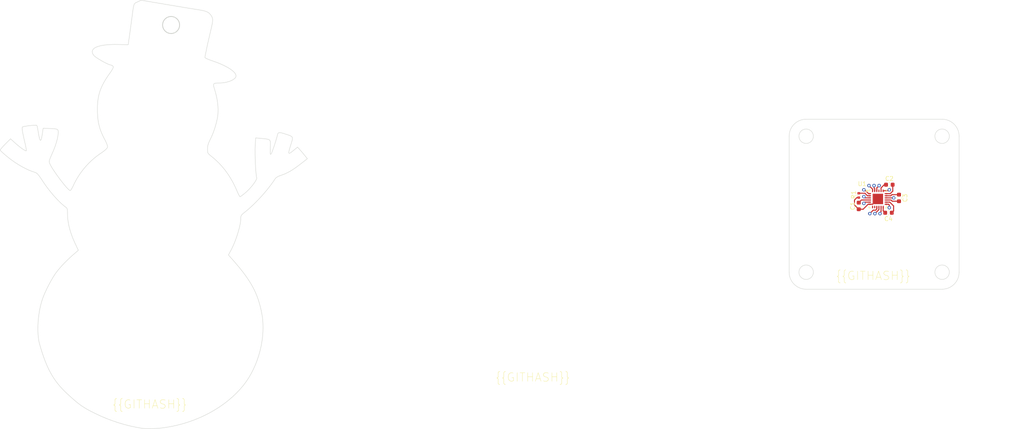
<source format=kicad_pcb>
(kicad_pcb (version 20221018) (generator pcbnew)
  (layers (0 "F.Cu" signal) (31 "B.Cu" signal) (34 "B.Paste" user) (35 "F.Paste" user) (36 "B.SilkS" user "B.Silkscreen") (37 "F.SilkS" user "F.Silkscreen") (38 "B.Mask" user) (39 "F.Mask" user) (44 "Edge.Cuts" user))
  (net 0 "")
  (net 1 "vcc-6")
  (net 2 "vcc-13")
  (net 3 "vcc-2")
  (net 4 "vcc-3")
  (net 5 "gnd")
  (net 6 "vcc-16")
  (net 7 "vcc-9")
  (net 8 "vcc-4")
  (net 9 "vcc-14")
  (net 10 "vcc-15")
  (net 11 "ic-vcc")
  (net 12 "vcc-7")
  (net 13 "vcc-8")
  (net 14 "vcc-10")
  (net 15 "vcc-17")
  (net 16 "vcc-12")
  (net 17 "ic-vcc-2")
  (net 18 "vcc-11")
  (net 19 "ic-vcc-1")
  (net 20 "vcc-5")
  (net 21 "vcc")
  (footprint "lib:VQFN-24_L4.0-W4.0-P0.50-TL-EP2.5" (layer "F.Cu") (at 242.5 96.55)
    (fp_text reference "U1" (at -3.7 -3.55) (layer "F.SilkS"))
    (fp_text value "")
    (fp_line (start -2.1 -2.1) (end -1.7 -2.1) (stroke (width 0.15)) (layer "F.SilkS"))
    (fp_line (start -2.1 -1.7) (end -2.1 -2.1) (stroke (width 0.15)) (layer "F.SilkS"))
    (fp_line (start -2.1 1.7) (end -2.1 2.1) (stroke (width 0.15)) (layer "F.SilkS"))
    (fp_line (start -2.1 2.1) (end -1.7 2.1) (stroke (width 0.15)) (layer "F.SilkS"))
    (fp_line (start 1.7 -2.1) (end 2.1 -2.1) (stroke (width 0.15)) (layer "F.SilkS"))
    (fp_line (start 2.1 -2.1) (end 2.1 -1.7) (stroke (width 0.15)) (layer "F.SilkS"))
    (fp_line (start 2.1 1.6) (end 2.1 2.1) (stroke (width 0.15)) (layer "F.SilkS"))
    (fp_line (start 2.1 2.1) (end 1.7 2.1) (stroke (width 0.15)) (layer "F.SilkS"))
    (fp_circle (center -2.54 -1.91) (end -2.41 -1.91) (stroke (width 0.25)) (fill none) (layer "F.SilkS"))
    (pad "1" smd rect (at -1.9 -1.25) (size 0.6 0.25) (layers "F.Cu" "F.Paste" "F.Mask") (net 3 "vcc-2"))
    (pad "2" smd rect (at -1.9 -0.75) (size 0.6 0.25) (layers "F.Cu" "F.Paste" "F.Mask") (net 4 "vcc-3"))
    (pad "3" smd rect (at -1.9 -0.25) (size 0.6 0.25) (layers "F.Cu" "F.Paste" "F.Mask") (net 8 "vcc-4"))
    (pad "4" smd rect (at -1.9 0.25) (size 0.6 0.25) (layers "F.Cu" "F.Paste" "F.Mask") (net 21 "vcc"))
    (pad "5" smd rect (at -1.9 0.75) (size 0.6 0.25) (layers "F.Cu" "F.Paste" "F.Mask") (net 15 "vcc-17"))
    (pad "6" smd rect (at -1.9 1.25) (size 0.6 0.25) (layers "F.Cu" "F.Paste" "F.Mask") (net 5 "gnd"))
    (pad "7" smd rect (at -1.25 1.9) (size 0.25 0.6) (layers "F.Cu" "F.Paste" "F.Mask"))
    (pad "8" smd rect (at -0.75 1.9) (size 0.25 0.6) (layers "F.Cu" "F.Paste" "F.Mask"))
    (pad "9" smd rect (at -0.25 1.9) (size 0.25 0.6) (layers "F.Cu" "F.Paste" "F.Mask") (net 14 "vcc-10"))
    (pad "10" smd rect (at 0.25 1.9) (size 0.25 0.6) (layers "F.Cu" "F.Paste" "F.Mask") (net 7 "vcc-9"))
    (pad "11" smd rect (at 0.75 1.9) (size 0.25 0.6) (layers "F.Cu" "F.Paste" "F.Mask") (net 13 "vcc-8"))
    (pad "12" smd rect (at 1.25 1.9) (size 0.25 0.6) (layers "F.Cu" "F.Paste" "F.Mask") (net 6 "vcc-16"))
    (pad "13" smd rect (at 1.9 1.25) (size 0.6 0.25) (layers "F.Cu" "F.Paste" "F.Mask") (net 2 "vcc-13"))
    (pad "14" smd rect (at 1.9 0.75) (size 0.6 0.25) (layers "F.Cu" "F.Paste" "F.Mask") (net 17 "ic-vcc-2"))
    (pad "15" smd rect (at 1.9 0.25) (size 0.6 0.25) (layers "F.Cu" "F.Paste" "F.Mask") (net 10 "vcc-15"))
    (pad "16" smd rect (at 1.9 -0.25) (size 0.6 0.25) (layers "F.Cu" "F.Paste" "F.Mask") (net 16 "vcc-12"))
    (pad "17" smd rect (at 1.9 -0.75) (size 0.6 0.25) (layers "F.Cu" "F.Paste" "F.Mask") (net 19 "ic-vcc-1"))
    (pad "18" smd rect (at 1.9 -1.25) (size 0.6 0.25) (layers "F.Cu" "F.Paste" "F.Mask") (net 9 "vcc-14"))
    (pad "19" smd rect (at 1.25 -1.9) (size 0.25 0.6) (layers "F.Cu" "F.Paste" "F.Mask") (net 18 "vcc-11"))
    (pad "20" smd rect (at 0.75 -1.9) (size 0.25 0.6) (layers "F.Cu" "F.Paste" "F.Mask") (net 11 "ic-vcc"))
    (pad "21" smd rect (at 0.25 -1.9) (size 0.25 0.6) (layers "F.Cu" "F.Paste" "F.Mask"))
    (pad "22" smd rect (at -0.25 -1.9) (size 0.25 0.6) (layers "F.Cu" "F.Paste" "F.Mask") (net 20 "vcc-5"))
    (pad "23" smd rect (at -0.75 -1.9) (size 0.25 0.6) (layers "F.Cu" "F.Paste" "F.Mask") (net 1 "vcc-6"))
    (pad "24" smd rect (at -1.25 -1.9) (size 0.25 0.6) (layers "F.Cu" "F.Paste" "F.Mask") (net 12 "vcc-7"))
    (pad "25" smd rect (at 0 0) (size 2.45 2.45) (layers "F.Cu" "F.Paste" "F.Mask") (net 5 "gnd"))
  )
  (footprint "lib:C0603" (layer "F.Cu") (at 245 99.8 180)
    (fp_text reference "C4" (at 0 -1.43) (layer "F.SilkS"))
    (fp_text value "50V 1uF X5R ±10% 0603  Multilayer Ceramic Capacitors MLCC - SMD/SMT ROHS")
    (fp_line (start -0.14058 -0.51) (end 0.14058 -0.51) (stroke (width 0.12)) (layer "F.SilkS"))
    (fp_line (start -0.14058 0.51) (end 0.14058 0.51) (stroke (width 0.12)) (layer "F.SilkS"))
    (pad "1" smd roundrect (at -0.775 0 180) (size 0.9 0.95) (layers "F.Cu" "F.Paste" "F.Mask") (net 17 "ic-vcc-2"))
    (pad "2" smd roundrect (at 0.775 0 180) (size 0.9 0.95) (layers "F.Cu" "F.Paste" "F.Mask") (net 6 "vcc-16"))
  )
  (footprint "lib:C0603" (layer "F.Cu") (at 245.2 93.2)
    (fp_text reference "C2" (at 0 -1.43) (layer "F.SilkS"))
    (fp_text value "50V 1uF X5R ±10% 0603  Multilayer Ceramic Capacitors MLCC - SMD/SMT ROHS")
    (fp_line (start -0.14058 -0.51) (end 0.14058 -0.51) (stroke (width 0.12)) (layer "F.SilkS"))
    (fp_line (start -0.14058 0.51) (end 0.14058 0.51) (stroke (width 0.12)) (layer "F.SilkS"))
    (pad "1" smd roundrect (at -0.775 0) (size 0.9 0.95) (layers "F.Cu" "F.Paste" "F.Mask") (net 11 "ic-vcc"))
    (pad "2" smd roundrect (at 0.775 0) (size 0.9 0.95) (layers "F.Cu" "F.Paste" "F.Mask") (net 9 "vcc-14"))
  )
  (footprint "lib:C0603" (layer "F.Cu") (at 238 98.2 -90)
    (fp_text reference "C1" (at 0 1.4 90) (layer "F.SilkS"))
    (fp_text value "50V 1uF X5R ±10% 0603  Multilayer Ceramic Capacitors MLCC - SMD/SMT ROHS")
    (fp_line (start -0.14058 -0.51) (end 0.14058 -0.51) (stroke (width 0.12)) (layer "F.SilkS"))
    (fp_line (start -0.14058 0.51) (end 0.14058 0.51) (stroke (width 0.12)) (layer "F.SilkS"))
    (pad "1" smd roundrect (at -0.775 0 270) (size 0.9 0.95) (layers "F.Cu" "F.Paste" "F.Mask") (net 21 "vcc"))
    (pad "2" smd roundrect (at 0.775 0 270) (size 0.9 0.95) (layers "F.Cu" "F.Paste" "F.Mask") (net 5 "gnd"))
  )
  (footprint "lib:R0402" (layer "F.Cu") (at 238.004849 95.718893 -90)
    (fp_text reference "R1" (at -0.153641 1.204849 -270) (layer "F.SilkS"))
    (fp_text value "62.5mW Thick Film Resistors ±100ppm/℃ ±1% 40.2kΩ 0402  Chip Resistor - Surface Mount ROHS")
    (fp_line (start -0.153641 -0.38) (end 0.153641 -0.38) (stroke (width 0.12)) (layer "F.SilkS"))
    (fp_line (start -0.153641 0.38) (end 0.153641 0.38) (stroke (width 0.12)) (layer "F.SilkS"))
    (pad "1" smd roundrect (at -0.51 0 270) (size 0.54 0.64) (layers "F.Cu" "F.Paste" "F.Mask") (net 4 "vcc-3"))
    (pad "2" smd roundrect (at 0.51 0 270) (size 0.54 0.64) (layers "F.Cu" "F.Paste" "F.Mask") (net 5 "gnd"))
  )
  (footprint "lib:C0603" (layer "F.Cu") (at 247.471454 96.313201 -90)
    (fp_text reference "C3" (at 0 -1.43 90) (layer "F.SilkS"))
    (fp_text value "50V 1uF X5R ±10% 0603  Multilayer Ceramic Capacitors MLCC - SMD/SMT ROHS")
    (fp_line (start -0.14058 -0.51) (end 0.14058 -0.51) (stroke (width 0.12)) (layer "F.SilkS"))
    (fp_line (start -0.14058 0.51) (end 0.14058 0.51) (stroke (width 0.12)) (layer "F.SilkS"))
    (pad "1" smd roundrect (at -0.775 0 270) (size 0.9 0.95) (layers "F.Cu" "F.Paste" "F.Mask") (net 19 "ic-vcc-1"))
    (pad "2" smd roundrect (at 0.775 0 270) (size 0.9 0.95) (layers "F.Cu" "F.Paste" "F.Mask") (net 10 "vcc-15"))
  )
  (gr_circle (center 225.62 81.79) (end 227.32 81.79) (stroke (width 0.1)) (fill none) (layer "Edge.Cuts"))
  (gr_circle (center 257.62 113.79) (end 259.32 113.79) (stroke (width 0.1)) (fill none) (layer "Edge.Cuts"))
  (gr_circle (center 257.62 81.79) (end 259.32 81.79) (stroke (width 0.1)) (fill none) (layer "Edge.Cuts"))
  (gr_poly (pts (xy 75.142222 50.797022) (xy 79.756606 51.568267) (xy 82.366969 51.99203) (xy 83.019066 52.095762) (xy 83.303876 52.146979) (xy 83.563537 52.198618) (xy 83.799806 52.251323) (xy 84.01444 52.305736) (xy 84.209196 52.362498) (xy 84.385831 52.422252) (xy 84.546102 52.485641) (xy 84.691766 52.553306) (xy 84.824581 52.62589) (xy 84.946303 52.704035) (xy 85.05869 52.788383) (xy 85.163499 52.879577) (xy 85.262486 52.978258) (xy 85.357409 53.08507) (xy 85.479286 53.234958) (xy 85.586233 53.378736) (xy 85.634185 53.44915) (xy 85.678498 53.519015) (xy 85.719202 53.588656) (xy 85.75633 53.658402) (xy 85.789911 53.728576) (xy 85.819976 53.799506) (xy 85.846558 53.871517) (xy 85.869686 53.944936) (xy 85.889392 54.020089) (xy 85.905707 54.097301) (xy 85.918662 54.176899) (xy 85.928287 54.259209) (xy 85.934615 54.344557) (xy 85.937675 54.433269) (xy 85.937499 54.525672) (xy 85.934119 54.62209) (xy 85.927564 54.722851) (xy 85.917866 54.82828) (xy 85.889166 55.054449) (xy 85.848266 55.303204) (xy 85.795414 55.577155) (xy 85.730859 55.878909) (xy 85.654849 56.211077) (xy 84.878546 59.55341) (xy 84.657875 60.550977) (xy 84.450892 61.532488) (xy 84.331406 62.116419) (xy 84.229648 62.629765) (xy 84.15639 63.017063) (xy 84.122409 63.222849) (xy 84.123062 63.236814) (xy 84.127967 63.251873) (xy 84.137065 63.268001) (xy 84.150302 63.285171) (xy 84.167619 63.303357) (xy 84.188962 63.322534) (xy 84.214273 63.342674) (xy 84.243497 63.363751) (xy 84.313454 63.408613) (xy 84.398381 63.456909) (xy 84.497828 63.50843) (xy 84.611342 63.562966) (xy 84.738473 63.620306) (xy 84.878767 63.680241) (xy 85.031775 63.742561) (xy 85.197043 63.807056) (xy 85.374121 63.873515) (xy 85.562558 63.94173) (xy 85.7619 64.011489) (xy 85.971698 64.082583) (xy 86.585981 64.296029) (xy 87.172975 64.516947) (xy 87.730729 64.744054) (xy 88.257293 64.976069) (xy 88.75072 65.211708) (xy 89.209058 65.449689) (xy 89.63036 65.68873) (xy 90.012676 65.927548) (xy 90.354056 66.16486) (xy 90.652552 66.399385) (xy 90.906214 66.629839) (xy 91.113092 66.85494) (xy 91.271238 67.073405) (xy 91.378702 67.283953) (xy 91.412819 67.385857) (xy 91.433535 67.485301) (xy 91.440605 67.582123) (xy 91.433787 67.676165) (xy 91.41712 67.753004) (xy 91.390362 67.829368) (xy 91.35383 67.905131) (xy 91.307839 67.980165) (xy 91.252707 68.054343) (xy 91.188749 68.12754) (xy 91.116281 68.199626) (xy 91.03562 68.270477) (xy 90.947082 68.339964) (xy 90.850984 68.407961) (xy 90.747641 68.47434) (xy 90.637371 68.538975) (xy 90.520488 68.601739) (xy 90.39731 68.662505) (xy 90.268153 68.721145) (xy 90.133332 68.777534) (xy 89.993165 68.831543) (xy 89.847967 68.883047) (xy 89.543745 68.978027) (xy 89.223197 69.06146) (xy 88.888852 69.132329) (xy 88.54324 69.189618) (xy 88.188892 69.232313) (xy 88.009232 69.24787) (xy 87.828337 69.259397) (xy 87.646523 69.266767) (xy 87.464106 69.269854) (xy 87.202959 69.272042) (xy 86.97453 69.277492) (xy 86.777472 69.288473) (xy 86.690288 69.296746) (xy 86.610443 69.307253) (xy 86.537768 69.320276) (xy 86.472096 69.3361) (xy 86.413258 69.355009) (xy 86.361087 69.377285) (xy 86.315414 69.403211) (xy 86.276071 69.433073) (xy 86.24289 69.467154) (xy 86.215703 69.505736) (xy 86.194342 69.549103) (xy 86.178638 69.59754) (xy 86.168424 69.65133) (xy 86.163532 69.710755) (xy 86.163793 69.776101) (xy 86.169039 69.847649) (xy 86.179102 69.925685) (xy 86.193814 70.010491) (xy 86.236514 70.20155) (xy 86.295792 70.423093) (xy 86.370304 70.677389) (xy 86.458705 70.966708) (xy 86.582128 71.384478) (xy 86.694998 71.803093) (xy 86.797211 72.221567) (xy 86.888665 72.638919) (xy 86.969257 73.054166) (xy 87.038885 73.466323) (xy 87.097447 73.874409) (xy 87.144838 74.277439) (xy 87.180958 74.674432) (xy 87.205702 75.064404) (xy 87.21897 75.446371) (xy 87.220657 75.819352) (xy 87.210662 76.182361) (xy 87.188881 76.534418) (xy 87.155212 76.874538) (xy 87.109553 77.201739) (xy 86.986123 77.871628) (xy 86.830027 78.558912) (xy 86.643845 79.255662) (xy 86.430157 79.953949) (xy 86.19154 80.645848) (xy 85.930575 81.323429) (xy 85.649841 81.978766) (xy 85.351916 82.60393) (xy 85.189192 82.938586) (xy 85.118752 83.093315) (xy 85.055229 83.240939) (xy 84.998352 83.382431) (xy 84.947849 83.518761) (xy 84.903447 83.650903) (xy 84.864875 83.779828) (xy 84.831859 83.906506) (xy 84.804129 84.031911) (xy 84.781412 84.157013) (xy 84.763435 84.282785) (xy 84.749927 84.410197) (xy 84.740615 84.540223) (xy 84.735228 84.673833) (xy 84.733493 84.811999) (xy 84.736223 85.129082) (xy 84.741369 85.261496) (xy 84.750575 85.379459) (xy 84.764997 85.485194) (xy 84.774524 85.534172) (xy 84.785789 85.580928) (xy 84.798934 85.625739) (xy 84.814106 85.668884) (xy 84.831447 85.710641) (xy 84.851104 85.751288) (xy 84.873219 85.791103) (xy 84.897937 85.830364) (xy 84.925403 85.869349) (xy 84.955761 85.908337) (xy 84.989155 85.947605) (xy 85.02573 85.987432) (xy 85.109 86.069873) (xy 85.206725 86.157886) (xy 85.320061 86.253696) (xy 85.598185 86.477602) (xy 86.096863 86.886277) (xy 86.577755 87.306529) (xy 87.04138 87.739064) (xy 87.488258 88.184586) (xy 87.918909 88.6438) (xy 88.333852 89.117412) (xy 88.733607 89.606125) (xy 89.118694 90.110646) (xy 89.489632 90.631678) (xy 89.846941 91.169927) (xy 90.19114 91.726098) (xy 90.52275 92.300895) (xy 90.84229 92.895024) (xy 91.150279 93.509189) (xy 91.447237 94.144095) (xy 91.733683 94.800448) (xy 91.84059 95.047283) (xy 91.945802 95.277558) (xy 92.046625 95.486234) (xy 92.140364 95.668271) (xy 92.224324 95.818627) (xy 92.295813 95.932265) (xy 92.326039 95.973739) (xy 92.352136 96.004143) (xy 92.373767 96.022848) (xy 92.382804 96.027616) (xy 92.390597 96.029223) (xy 92.399173 96.028006) (xy 92.410522 96.024397) (xy 92.441219 96.010237) (xy 92.482045 95.987221) (xy 92.53236 95.955824) (xy 92.591521 95.916524) (xy 92.658887 95.869798) (xy 92.815666 95.755976) (xy 92.997564 95.618173) (xy 93.199447 95.460204) (xy 93.416182 95.285885) (xy 93.642634 95.099032) (xy 93.891007 94.882848) (xy 94.141366 94.648628) (xy 94.390948 94.400061) (xy 94.636991 94.140836) (xy 94.87673 93.874641) (xy 95.107403 93.605164) (xy 95.326247 93.336095) (xy 95.530498 93.071122) (xy 95.717394 92.813933) (xy 95.884171 92.568218) (xy 96.028066 92.337665) (xy 96.146316 92.125962) (xy 96.236159 91.936798) (xy 96.294829 91.773863) (xy 96.311612 91.703383) (xy 96.319566 91.640844) (xy 96.318345 91.586706) (xy 96.307605 91.54143) (xy 96.264441 91.378418) (xy 96.221593 91.121805) (xy 96.138989 90.373142) (xy 96.064068 89.386161) (xy 96.001109 88.251583) (xy 95.954389 87.060129) (xy 95.928186 85.902519) (xy 95.926777 84.869474) (xy 95.95444 84.051714) (xy 96.07471 82.177477) (xy 97.36716 82.304781) (xy 98.13507 82.379263) (xy 98.441266 82.413109) (xy 98.700599 82.449744) (xy 98.916803 82.492956) (xy 99.009898 82.518212) (xy 99.09361 82.546534) (xy 99.168406 82.578395) (xy 99.234753 82.614268) (xy 99.293117 82.654627) (xy 99.343964 82.699946) (xy 99.387763 82.750698) (xy 99.424978 82.807357) (xy 99.456076 82.870396) (xy 99.481525 82.94029) (xy 99.501791 83.017511) (xy 99.51734 83.102533) (xy 99.536155 83.297877) (xy 99.541702 83.530109) (xy 99.537716 83.803018) (xy 99.51607 84.486025) (xy 99.501811 85.019341) (xy 99.495778 85.429631) (xy 99.49953 85.727933) (xy 99.505563 85.838537) (xy 99.514626 85.925284) (xy 99.526915 85.989553) (xy 99.542625 86.032723) (xy 99.551823 86.046828) (xy 99.56195 86.056175) (xy 99.573029 86.060938) (xy 99.585085 86.061289) (xy 99.612224 86.049443) (xy 99.643564 86.022019) (xy 99.679299 85.980395) (xy 99.719623 85.925951) (xy 99.770963 85.835961) (xy 99.83738 85.6921) (xy 100.00736 85.267042) (xy 100.213404 84.699332) (xy 100.439353 84.037526) (xy 100.669049 83.330178) (xy 100.886332 82.625845) (xy 101.075044 81.973082) (xy 101.219027 81.420443) (xy 101.232451 81.367288) (xy 101.246658 81.317349) (xy 101.261814 81.270604) (xy 101.278084 81.227032) (xy 101.295634 81.186611) (xy 101.314631 81.149321) (xy 101.33524 81.115138) (xy 101.357628 81.084043) (xy 101.381959 81.056013) (xy 101.4084 81.031027) (xy 101.437117 81.009064) (xy 101.468275 80.990102) (xy 101.502041 80.974119) (xy 101.538581 80.961095) (xy 101.578059 80.951007) (xy 101.620643 80.943835) (xy 101.666497 80.939556) (xy 101.715788 80.938149) (xy 101.768682 80.939594) (xy 101.825345 80.943867) (xy 101.885942 80.950949) (xy 101.950639 80.960817) (xy 102.019603 80.97345) (xy 102.092998 80.988826) (xy 102.170992 81.006924) (xy 102.253749 81.027723) (xy 102.434219 81.077337) (xy 102.635734 81.137495) (xy 102.859622 81.208025) (xy 103.581471 81.438726) (xy 103.868146 81.535185) (xy 104.108644 81.625316) (xy 104.212356 81.669476) (xy 104.305459 81.713816) (xy 104.388264 81.758923) (xy 104.461082 81.805384) (xy 104.524226 81.853787) (xy 104.578006 81.904719) (xy 104.622735 81.958768) (xy 104.658725 82.01652) (xy 104.686285 82.078563) (xy 104.705729 82.145484) (xy 104.717368 82.217871) (xy 104.721513 82.296311) (xy 104.718476 82.381392) (xy 104.708568 82.4737) (xy 104.692102 82.573823) (xy 104.669388 82.682348) (xy 104.606464 82.926954) (xy 104.522289 83.212218) (xy 104.300158 83.92351) (xy 104.076968 84.658354) (xy 103.993442 84.95378) (xy 103.929762 85.203046) (xy 103.886777 85.407528) (xy 103.865337 85.568604) (xy 103.862962 85.633296) (xy 103.866292 85.687652) (xy 103.875434 85.731846) (xy 103.890492 85.766049) (xy 103.911574 85.790433) (xy 103.938786 85.805172) (xy 103.972234 85.810436) (xy 104.012025 85.806398) (xy 104.058263 85.79323) (xy 104.111056 85.771105) (xy 104.236732 85.700671) (xy 104.3899 85.596472) (xy 104.571411 85.459887) (xy 105.02286 85.095065) (xy 105.918216 84.355181) (xy 106.388476 84.86751) (xy 106.496975 84.987739) (xy 106.625318 85.133369) (xy 106.92254 85.478508) (xy 107.242155 85.858286) (xy 107.546176 86.22806) (xy 108.2336 87.076296) (xy 106.72333 88.254687) (xy 106.031007 88.783192) (xy 105.392025 89.245391) (xy 105.089314 89.453516) (xy 104.796071 89.647331) (xy 104.511007 89.827593) (xy 104.232833 89.995056) (xy 103.960259 90.150478) (xy 103.691998 90.294613) (xy 103.426759 90.428217) (xy 103.163254 90.552046) (xy 102.900193 90.666855) (xy 102.636288 90.773401) (xy 102.370249 90.872439) (xy 102.100787 90.964724) (xy 101.955978 91.013649) (xy 101.818902 91.062832) (xy 101.689432 91.112348) (xy 101.567439 91.162273) (xy 101.452795 91.212683) (xy 101.345371 91.263651) (xy 101.245039 91.315254) (xy 101.151671 91.367567) (xy 101.065138 91.420665) (xy 100.985313 91.474624) (xy 100.912065 91.529517) (xy 100.845269 91.585421) (xy 100.784794 91.642412) (xy 100.730512 91.700563) (xy 100.682296 91.759951) (xy 100.640017 91.82065) (xy 100.313962 92.312951) (xy 99.958065 92.82026) (xy 99.575318 93.339289) (xy 99.168711 93.866747) (xy 98.741234 94.399346) (xy 98.295878 94.933795) (xy 97.835635 95.466804) (xy 97.363494 95.995083) (xy 96.882446 96.515343) (xy 96.395482 97.024295) (xy 95.905593 97.518647) (xy 95.415769 97.995111) (xy 94.929002 98.450396) (xy 94.44828 98.881213) (xy 93.976596 99.284272) (xy 93.51694 99.656283) (xy 93.364132 99.777198) (xy 93.228349 99.887118) (xy 93.108601 99.987555) (xy 93.003899 100.080022) (xy 92.913256 100.166032) (xy 92.835682 100.247098) (xy 92.770188 100.324733) (xy 92.741662 100.362737) (xy 92.715786 100.40045) (xy 92.692435 100.438062) (xy 92.671487 100.475762) (xy 92.652817 100.513738) (xy 92.636302 100.552181) (xy 92.621819 100.591279) (xy 92.609244 100.631221) (xy 92.589322 100.714395) (xy 92.575548 100.803215) (xy 92.566934 100.899195) (xy 92.56249 101.003847) (xy 92.561229 101.118685) (xy 92.548214 101.459191) (xy 92.510172 101.840399) (xy 92.448603 102.257479) (xy 92.365007 102.705605) (xy 92.260885 103.179948) (xy 92.137739 103.675679) (xy 91.997068 104.187971) (xy 91.840373 104.711996) (xy 91.669155 105.242926) (xy 91.484915 105.775933) (xy 91.289154 106.306188) (xy 91.083372 106.828864) (xy 90.86907 107.339132) (xy 90.647749 107.832164) (xy 90.420909 108.303133) (xy 90.190051 108.74721) (xy 89.658061 109.729433) (xy 90.799319 111.025652) (xy 91.552256 111.894452) (xy 92.247519 112.726345) (xy 92.887901 113.52649) (xy 93.476195 114.300047) (xy 94.015193 115.052178) (xy 94.507688 115.788042) (xy 94.956473 116.5128) (xy 95.364341 117.231612) (xy 95.734083 117.949638) (xy 96.068493 118.672038) (xy 96.370364 119.403974) (xy 96.642488 120.150605) (xy 96.887657 120.917091) (xy 97.108665 121.708593) (xy 97.308304 122.530271) (xy 97.489367 123.387286) (xy 97.659586 124.435519) (xy 97.764545 125.512723) (xy 97.805707 126.613102) (xy 97.784533 127.73086) (xy 97.702485 128.860202) (xy 97.561026 129.995332) (xy 97.361618 131.130454) (xy 97.105722 132.259774) (xy 96.794801 133.377494) (xy 96.430316 134.47782) (xy 96.01373 135.554956) (xy 95.546505 136.603107) (xy 95.030102 137.616476) (xy 94.465984 138.589268) (xy 93.855613 139.515689) (xy 93.20045 140.389941) (xy 92.386005 141.350273) (xy 91.510226 142.273552) (xy 90.576227 143.158109) (xy 89.587122 144.002278) (xy 88.546024 144.80439) (xy 87.456048 145.562779) (xy 86.320308 146.275777) (xy 85.141916 146.941716) (xy 83.923988 147.558929) (xy 82.669636 148.125749) (xy 81.381976 148.640508) (xy 80.06412 149.101539) (xy 78.719182 149.507174) (xy 77.350277 149.855747) (xy 75.960518 150.145589) (xy 74.553019 150.375033) (xy 73.862872 150.459306) (xy 73.131633 150.525975) (xy 72.383923 150.574372) (xy 71.644361 150.603827) (xy 70.93757 150.613671) (xy 70.288169 150.603235) (xy 69.720779 150.57185) (xy 69.475532 150.548093) (xy 69.26002 150.518847) (xy 69.260051 150.518832) (xy 67.831835 150.262486) (xy 66.416949 149.953785) (xy 65.016193 149.592984) (xy 63.630368 149.180338) (xy 62.260274 148.716103) (xy 60.90671 148.200532) (xy 59.570477 147.633881) (xy 58.252375 147.016405) (xy 57.283074 146.528505) (xy 56.847829 146.298277) (xy 56.438641 146.072324) (xy 56.050351 145.846994) (xy 55.6778 145.618633) (xy 55.315827 145.383588) (xy 54.959273 145.138205) (xy 54.602979 144.87883) (xy 54.241783 144.601811) (xy 53.870528 144.303492) (xy 53.484054 143.980222) (xy 52.644807 143.244211) (xy 51.682765 142.36455) (xy 51.097036 141.804159) (xy 50.54538 141.238954) (xy 50.025658 140.665073) (xy 49.535731 140.078649) (xy 49.07346 139.475819) (xy 48.636705 138.852719) (xy 48.223328 138.205483) (xy 47.831189 137.530249) (xy 47.458149 136.823151) (xy 47.10207 136.080325) (xy 46.760812 135.297907) (xy 46.432236 134.472032) (xy 46.114202 133.598836) (xy 45.804573 132.674455) (xy 45.501208 131.695024) (xy 45.201968 130.656679) (xy 45.078569 130.147371) (xy 44.978794 129.594224) (xy 44.90231 129.00242) (xy 44.848785 128.377144) (xy 44.817886 127.723579) (xy 44.809281 127.046907) (xy 44.822637 126.352311) (xy 44.857621 125.644974) (xy 44.913901 124.93008) (xy 44.991145 124.212811) (xy 45.089019 123.498351) (xy 45.207191 122.791883) (xy 45.345328 122.098589) (xy 45.503099 121.423652) (xy 45.68017 120.772256) (xy 45.876208 120.149584) (xy 46.005143 119.787909) (xy 46.154924 119.401263) (xy 46.508073 118.570286) (xy 46.917749 117.69111) (xy 47.366047 116.79819) (xy 47.83506 115.92598) (xy 48.306883 115.108937) (xy 48.76361 114.381515) (xy 48.980717 114.062179) (xy 49.187335 113.77817) (xy 49.387433 113.519297) (xy 49.599256 113.255538) (xy 50.056372 112.715109) (xy 50.555279 112.160374) (xy 51.092575 111.594824) (xy 51.664855 111.021952) (xy 52.268718 110.445248) (xy 52.900758 109.868205) (xy 53.557574 109.294314) (xy 54.329783 108.634142) (xy 53.616031 107.110232) (xy 53.390001 106.6154) (xy 53.179365 106.128819) (xy 52.984012 105.650049) (xy 52.803829 105.178652) (xy 52.638704 104.71419) (xy 52.488525 104.256224) (xy 52.353181 103.804315) (xy 52.232559 103.358025) (xy 52.126547 102.916915) (xy 52.035034 102.480548) (xy 51.957906 102.048484) (xy 51.895053 101.620284) (xy 51.846363 101.195511) (xy 51.811722 100.773726) (xy 51.79102 100.35449) (xy 51.784144 99.937365) (xy 51.780657 99.620612) (xy 51.776007 99.482669) (xy 51.769161 99.357285) (xy 51.759927 99.243666) (xy 51.748111 99.141014) (xy 51.733519 99.048534) (xy 51.715958 98.96543) (xy 51.695233 98.890904) (xy 51.671153 98.824161) (xy 51.643523 98.764406) (xy 51.612149 98.71084) (xy 51.576839 98.662669) (xy 51.537399 98.619096) (xy 51.493635 98.579325) (xy 51.445353 98.542559) (xy 51.149902 98.324092) (xy 50.839064 98.073347) (xy 50.514896 97.792628) (xy 50.179453 97.484238) (xy 49.834791 97.150482) (xy 49.482966 96.793665) (xy 49.126033 96.41609) (xy 48.766047 96.020062) (xy 48.405065 95.607885) (xy 48.045142 95.181864) (xy 47.688333 94.744302) (xy 47.336694 94.297504) (xy 46.992281 93.843774) (xy 46.657149 93.385417) (xy 46.333354 92.924737) (xy 46.022952 92.464037) (xy 45.611719 91.844971) (xy 45.279782 91.362091) (xy 45.137757 91.165551) (xy 45.008606 90.995655) (xy 44.89001 90.849933) (xy 44.779654 90.725918) (xy 44.675221 90.621143) (xy 44.574392 90.533138) (xy 44.474852 90.459437) (xy 44.374284 90.397571) (xy 44.27037 90.345073) (xy 44.160793 90.299474) (xy 44.043237 90.258307) (xy 43.915385 90.219103) (xy 43.593888 90.117525) (xy 43.255864 89.996009) (xy 42.903268 89.855657) (xy 42.538058 89.697573) (xy 42.162189 89.522858) (xy 41.777618 89.332616) (xy 41.386301 89.127951) (xy 40.990194 88.909964) (xy 40.591254 88.679759) (xy 40.191438 88.438438) (xy 39.792701 88.187105) (xy 39.396999 87.926862) (xy 39.00629 87.658812) (xy 38.622529 87.384058) (xy 38.247673 87.103703) (xy 37.883677 86.81885) (xy 37.49456 86.502783) (xy 37.131548 86.199554) (xy 36.802586 85.916398) (xy 36.515619 85.660548) (xy 36.278593 85.439239) (xy 36.099452 85.259705) (xy 36.034071 85.187865) (xy 35.986141 85.129182) (xy 35.956654 85.08456) (xy 35.946605 85.054903) (xy 35.948192 85.042433) (xy 35.952903 85.026953) (xy 35.971384 84.987332) (xy 36.001425 84.936776) (xy 36.042403 84.876021) (xy 36.093695 84.805804) (xy 36.154681 84.726859) (xy 36.224736 84.639924) (xy 36.303239 84.545735) (xy 36.389567 84.445026) (xy 36.483097 84.338536) (xy 36.689276 84.11115) (xy 36.916796 83.869466) (xy 37.037003 83.745102) (xy 37.160678 83.619372) (xy 38.374759 82.395922) (xy 39.365809 83.301684) (xy 39.814301 83.698656) (xy 40.266196 84.075272) (xy 40.704205 84.419302) (xy 41.111041 84.718514) (xy 41.469414 84.960676) (xy 41.625024 85.056541) (xy 41.762035 85.133557) (xy 41.878286 85.190195) (xy 41.971615 85.224926) (xy 42.039863 85.236222) (xy 42.063905 85.232603) (xy 42.080867 85.222552) (xy 42.085566 85.215268) (xy 42.089233 85.203934) (xy 42.093537 85.169549) (xy 42.093921 85.120268) (xy 42.090523 85.056964) (xy 42.083485 84.98051) (xy 42.072948 84.891778) (xy 42.059051 84.79164) (xy 42.041937 84.68097) (xy 41.998614 84.43152) (xy 41.944105 84.150408) (xy 41.879534 83.844615) (xy 41.806025 83.52112) (xy 41.578977 82.541169) (xy 41.399614 81.732306) (xy 41.265507 81.079136) (xy 41.174225 80.56626) (xy 41.123338 80.17828) (xy 41.112283 80.026315) (xy 41.110416 79.899799) (xy 41.117432 79.796809) (xy 41.133029 79.71542) (xy 41.156901 79.653706) (xy 41.188746 79.609743) (xy 41.213078 79.592846) (xy 41.252556 79.575085) (xy 41.372962 79.537437) (xy 41.541984 79.497733) (xy 41.751641 79.456905) (xy 42.26094 79.37561) (xy 42.837013 79.301016) (xy 43.416018 79.240586) (xy 43.934111 79.201782) (xy 44.150364 79.192822) (xy 44.327447 79.192067) (xy 44.45738 79.20045) (xy 44.532183 79.218905) (xy 44.538527 79.223215) (xy 44.545097 79.229471) (xy 44.551878 79.23762) (xy 44.558855 79.247608) (xy 44.573336 79.272888) (xy 44.588416 79.304879) (xy 44.603974 79.343154) (xy 44.619887 79.387282) (xy 44.636031 79.436835) (xy 44.652284 79.491383) (xy 44.668525 79.550496) (xy 44.684629 79.613746) (xy 44.700475 79.680703) (xy 44.715939 79.750937) (xy 44.7309 79.82402) (xy 44.745234 79.899521) (xy 44.75882 79.977012) (xy 44.771533 80.056063) (xy 44.946351 81.130774) (xy 45.025944 81.564983) (xy 45.101061 81.931234) (xy 45.172253 82.230134) (xy 45.24007 82.462288) (xy 45.305063 82.628302) (xy 45.336673 82.686696) (xy 45.367783 82.728781) (xy 45.398463 82.754634) (xy 45.428781 82.764331) (xy 45.458807 82.757947) (xy 45.488608 82.735557) (xy 45.518254 82.697238) (xy 45.547814 82.643066) (xy 45.606951 82.487462) (xy 45.666568 82.269351) (xy 45.727218 81.98934) (xy 45.78945 81.648032) (xy 45.853816 81.246035) (xy 46.055377 79.918581) (xy 47.417926 79.96628) (xy 48.109143 79.993687) (xy 48.392021 80.009194) (xy 48.636741 80.027435) (xy 48.846051 80.049559) (xy 49.022696 80.076715) (xy 49.169424 80.110051) (xy 49.288982 80.150717) (xy 49.339431 80.174158) (xy 49.384117 80.199861) (xy 49.423385 80.227972) (xy 49.457577 80.258632) (xy 49.487036 80.291987) (xy 49.512107 80.32818) (xy 49.533132 80.367353) (xy 49.550455 80.409652) (xy 49.575367 80.504197) (xy 49.589592 80.612965) (xy 49.595876 80.737105) (xy 49.596965 80.877764) (xy 49.590289 81.099803) (xy 49.571905 81.336737) (xy 49.542029 81.587807) (xy 49.500879 81.852253) (xy 49.448672 82.129318) (xy 49.385623 82.418243) (xy 49.311951 82.718269) (xy 49.227873 83.028637) (xy 49.133604 83.34859) (xy 49.029362 83.677367) (xy 48.915364 84.014212) (xy 48.791827 84.358364) (xy 48.658967 84.709065) (xy 48.517002 85.065558) (xy 48.366148 85.427082) (xy 48.206622 85.792879) (xy 47.949769 86.374791) (xy 47.755997 86.832451) (xy 47.68104 87.021721) (xy 47.619784 87.188367) (xy 47.571537 87.335205) (xy 47.535609 87.465048) (xy 47.511311 87.580709) (xy 47.497952 87.685002) (xy 47.494842 87.78074) (xy 47.501291 87.870737) (xy 47.516609 87.957807) (xy 47.540106 88.044763) (xy 47.571091 88.134418) (xy 47.608874 88.229586) (xy 47.761079 88.551834) (xy 47.975096 88.939463) (xy 48.241913 89.380584) (xy 48.55252 89.863307) (xy 49.269066 90.905997) (xy 50.052651 91.972411) (xy 50.831193 92.967426) (xy 51.196047 93.408433) (xy 51.532609 93.795921) (xy 51.831869 94.117998) (xy 52.084818 94.362774) (xy 52.282443 94.518359) (xy 52.357694 94.558989) (xy 52.415736 94.572863) (xy 52.426811 94.571375) (xy 52.439084 94.56696) (xy 52.452509 94.559691) (xy 52.467041 94.549641) (xy 52.482633 94.536883) (xy 52.499239 94.521489) (xy 52.516813 94.503532) (xy 52.535309 94.483086) (xy 52.574881 94.435018) (xy 52.617586 94.377866) (xy 52.663055 94.312214) (xy 52.710918 94.238646) (xy 52.760808 94.157745) (xy 52.812354 94.070093) (xy 52.865187 93.976276) (xy 52.918939 93.876875) (xy 52.97324 93.772474) (xy 53.02772 93.663657) (xy 53.082012 93.551007) (xy 53.135745 93.435107) (xy 53.405424 92.869327) (xy 53.69623 92.311615) (xy 54.007442 91.76282) (xy 54.338342 91.223792) (xy 54.688208 90.695381) (xy 55.05632 90.178436) (xy 55.441958 89.673808) (xy 55.844402 89.182347) (xy 56.262932 88.704901) (xy 56.696828 88.242322) (xy 57.145369 87.795459) (xy 57.607836 87.365163) (xy 58.083508 86.952281) (xy 58.571665 86.557666) (xy 59.071586 86.182166) (xy 59.582553 85.826632) (xy 59.914962 85.598282) (xy 60.214172 85.3804) (xy 60.477869 85.17504) (xy 60.595674 85.077698) (xy 60.703732 84.984257) (xy 60.801753 84.894974) (xy 60.889447 84.810106) (xy 60.966524 84.72991) (xy 61.032694 84.654642) (xy 61.087669 84.584559) (xy 61.131158 84.519919) (xy 61.162872 84.460977) (xy 61.182521 84.407992) (xy 61.189444 84.378526) (xy 61.194656 84.347449) (xy 61.198136 84.314702) (xy 61.199864 84.280227) (xy 61.197977 84.205863) (xy 61.188829 84.123892) (xy 61.172254 84.033852) (xy 61.148084 83.935279) (xy 61.116154 83.82771) (xy 61.076297 83.71068) (xy 61.028345 83.583727) (xy 60.972134 83.446388) (xy 60.907495 83.298197) (xy 60.834263 83.138693) (xy 60.75227 82.967412) (xy 60.661351 82.783889) (xy 60.561339 82.587662) (xy 60.452067 82.378268) (xy 60.237971 81.961359) (xy 60.041673 81.555601) (xy 59.862568 81.158484) (xy 59.700049 80.767498) (xy 59.553508 80.380135) (xy 59.422339 79.993885) (xy 59.305935 79.60624) (xy 59.203689 79.21469) (xy 59.114995 78.816725) (xy 59.039245 78.409838) (xy 58.975833 77.991518) (xy 58.924151 77.559256) (xy 58.883594 77.110544) (xy 58.853553 76.642872) (xy 58.833423 76.153731) (xy 58.822596 75.640612) (xy 58.82378 75.019765) (xy 58.843433 74.425285) (xy 58.882591 73.854032) (xy 58.942291 73.302869) (xy 59.023569 72.768658) (xy 59.127459 72.248262) (xy 59.255 71.738542) (xy 59.407225 71.236361) (xy 59.585172 70.73858) (xy 59.789877 70.242062) (xy 60.022374 69.743669) (xy 60.283701 69.240263) (xy 60.574893 68.728705) (xy 60.896986 68.205859) (xy 61.251015 67.668586) (xy 61.638018 67.113749) (xy 61.84244 66.825076) (xy 62.020375 66.566593) (xy 62.17201 66.336298) (xy 62.29753 66.132187) (xy 62.397121 65.95226) (xy 62.470968 65.794512) (xy 62.498296 65.72333) (xy 62.519258 65.656942) (xy 62.533877 65.595098) (xy 62.542176 65.537547) (xy 62.544179 65.484039) (xy 62.539908 65.434323) (xy 62.529387 65.388151) (xy 62.512639 65.34527) (xy 62.489688 65.305431) (xy 62.460556 65.268384) (xy 62.425267 65.233878) (xy 62.383844 65.201662) (xy 62.33631 65.171487) (xy 62.282689 65.143103) (xy 62.157276 65.090703) (xy 62.007792 65.042459) (xy 61.834422 64.996371) (xy 61.657986 64.943069) (xy 61.445562 64.862593) (xy 61.203024 64.758325) (xy 60.93625 64.633653) (xy 60.353499 64.336631) (xy 59.744319 63.998608) (xy 59.155721 63.646664) (xy 58.634716 63.307879) (xy 58.414252 63.151884) (xy 58.228316 63.009334) (xy 58.082783 62.883614) (xy 57.983531 62.778109) (xy 57.869943 62.622242) (xy 57.777351 62.470362) (xy 57.705558 62.322559) (xy 57.654369 62.178917) (xy 57.623588 62.039526) (xy 57.613018 61.904471) (xy 57.622463 61.773839) (xy 57.651728 61.647718) (xy 57.700616 61.526195) (xy 57.768931 61.409356) (xy 57.856477 61.297289) (xy 57.963058 61.190081) (xy 58.088479 61.087819) (xy 58.232542 60.99059) (xy 58.395052 60.89848) (xy 58.575812 60.811578) (xy 58.774627 60.72997) (xy 58.991301 60.653743) (xy 59.225638 60.582984) (xy 59.477441 60.51778) (xy 59.746514 60.458218) (xy 60.032661 60.404385) (xy 60.335687 60.356369) (xy 60.655395 60.314256) (xy 60.991589 60.278134) (xy 61.344073 60.248089) (xy 61.712651 60.224208) (xy 62.097127 60.20658) (xy 62.497305 60.195289) (xy 62.912988 60.190424) (xy 63.343981 60.192072) (xy 63.790088 60.20032) (xy 66.056857 60.258219) (xy 66.273486 58.80189) (xy 66.542465 56.891029) (xy 66.884944 54.341891) (xy 67.190183 52.053843) (xy 67.248082 51.679802) (xy 67.303557 51.37005) (xy 67.359078 51.117137) (xy 67.417116 50.913616) (xy 67.48014 50.752035) (xy 67.55062 50.624945) (xy 67.631027 50.524898) (xy 67.72383 50.444442) (xy 67.831501 50.37613) (xy 67.956508 50.312512) (xy 68.268412 50.169558) (xy 69.100734 49.778315)) (stroke (width 0.1)) (fill none) (layer "Edge.Cuts"))
  (gr_arc (start 261.62 113.79) (mid 260.448427 116.618427) (end 257.62 117.79) (stroke (width 0.1)) (layer "Edge.Cuts"))
  (gr_arc (start 225.62 117.79) (mid 222.791573 116.618427) (end 221.62 113.79) (stroke (width 0.1)) (layer "Edge.Cuts"))
  (gr_line (start 261.62 113.79) (end 261.62 81.79) (stroke (width 0.1)) (layer "Edge.Cuts"))
  (gr_line (start 221.62 81.79) (end 221.62 113.79) (stroke (width 0.1)) (layer "Edge.Cuts"))
  (gr_arc (start 257.62 77.79) (mid 260.448427 78.961573) (end 261.62 81.79) (stroke (width 0.1)) (layer "Edge.Cuts"))
  (gr_line (start 257.62 77.79) (end 225.62 77.79) (stroke (width 0.1)) (layer "Edge.Cuts"))
  (gr_arc (start 221.62 81.79) (mid 222.791573 78.961573) (end 225.62 77.79) (stroke (width 0.1)) (layer "Edge.Cuts"))
  (gr_circle (center 225.62 113.79) (end 227.32 113.79) (stroke (width 0.1)) (fill none) (layer "Edge.Cuts"))
  (gr_circle (center 76.165146 55.61107) (end 78.165146 55.61107) (stroke (width 0.2)) (fill none) (layer "Edge.Cuts"))
  (gr_line (start 225.62 117.79) (end 257.62 117.79) (stroke (width 0.1)) (layer "Edge.Cuts"))
  (gr_text "{{GITHASH}}" (at 152.4 139.7) (layer "F.SilkS") (effects (font (size 2 2) (thickness 0.1)) (justify left bottom)))
  (gr_text "{{GITHASH}}" (at 62.23 146.05) (layer "F.SilkS") (effects (font (size 2 2) (thickness 0.1)) (justify left bottom)))
  (gr_text "{{GITHASH}}" (at 232.508427 115.791573) (layer "F.SilkS") (effects (font (size 2 2) (thickness 0.1)) (justify left bottom)))
  (segment (start 241.6 93.963604) (end 241.75 94.113604) (width 0.25) (layer "F.Cu") (net 1))
  (segment (start 241.75 94.113604) (end 241.75 94.65) (width 0.25) (layer "F.Cu") (net 1))
  (segment (start 241.6 93.4) (end 241.6 93.963604) (width 0.25) (layer "F.Cu") (net 1))
  (via (at 241.6 93.4) (size 0.8) (drill 0.4) (layers "F.Cu" "B.Cu") (net 1))
  (segment (start 245.2 98.6) (end 245.2 98) (width 0.25) (layer "F.Cu") (net 2))
  (segment (start 245.2 98) (end 245 97.8) (width 0.25) (layer "F.Cu") (net 2))
  (segment (start 245 97.8) (end 244.4 97.8) (width 0.25) (layer "F.Cu") (net 2))
  (via (at 245.2 98.6) (size 0.8) (drill 0.4) (layers "F.Cu" "B.Cu") (net 2))
  (segment (start 239.4 94.4) (end 239.2 94.4) (width 0.25) (layer "F.Cu") (net 3))
  (segment (start 240.6 95.3) (end 240.3 95.3) (width 0.25) (layer "F.Cu") (net 3))
  (segment (start 240.3 95.3) (end 239.4 94.4) (width 0.25) (layer "F.Cu") (net 3))
  (via (at 239.2 94.4) (size 0.8) (drill 0.4) (layers "F.Cu" "B.Cu") (net 3))
  (segment (start 240.6 95.8) (end 240.049309 95.8) (width 0.25) (layer "F.Cu") (net 4))
  (segment (start 240.049309 95.8) (end 239.458202 95.208893) (width 0.25) (layer "F.Cu") (net 4))
  (segment (start 238.004849 95.208893) (end 238 95.204044) (width 0.25) (layer "F.Cu") (net 4))
  (segment (start 239.458202 95.208893) (end 238.004849 95.208893) (width 0.25) (layer "F.Cu") (net 4))
  (segment (start 237 97.975) (end 238 98.975) (width 0.25) (layer "F.Cu") (net 5))
  (segment (start 240.6 97.8) (end 240.2 97.8) (width 0.25) (layer "F.Cu") (net 5))
  (segment (start 241.25 97.8) (end 242.5 96.55) (width 0.25) (layer "F.Cu") (net 5))
  (segment (start 237.571107 96.228893) (end 237 96.8) (width 0.25) (layer "F.Cu") (net 5))
  (segment (start 239.025 98.975) (end 238 98.975) (width 0.25) (layer "F.Cu") (net 5))
  (segment (start 240.6 97.8) (end 241.25 97.8) (width 0.25) (layer "F.Cu") (net 5))
  (segment (start 237 96.8) (end 237 97.975) (width 0.25) (layer "F.Cu") (net 5))
  (segment (start 238.004849 96.228893) (end 237.571107 96.228893) (width 0.25) (layer "F.Cu") (net 5))
  (segment (start 240.2 97.8) (end 239.025 98.975) (width 0.25) (layer "F.Cu") (net 5))
  (segment (start 243.75 99.325) (end 244.225 99.8) (width 0.25) (layer "F.Cu") (net 6))
  (segment (start 243.75 98.45) (end 243.75 99.325) (width 0.25) (layer "F.Cu") (net 6))
  (segment (start 242.75 98.45) (end 242.75 99.05) (width 0.25) (layer "F.Cu") (net 7))
  (segment (start 242.75 99.05) (end 241.8 100) (width 0.25) (layer "F.Cu") (net 7))
  (via (at 241.8 100) (size 0.8) (drill 0.4) (layers "F.Cu" "B.Cu") (net 7))
  (segment (start 239.5 96.3) (end 239.2 96) (width 0.25) (layer "F.Cu") (net 8))
  (segment (start 240.6 96.3) (end 239.5 96.3) (width 0.25) (layer "F.Cu") (net 8))
  (via (at 239.2 96) (size 0.8) (drill 0.4) (layers "F.Cu" "B.Cu") (net 8))
  (segment (start 244.4 95.3) (end 245.41131 95.3) (width 0.25) (layer "F.Cu") (net 9))
  (segment (start 246 94.71131) (end 246 93.225) (width 0.25) (layer "F.Cu") (net 9))
  (segment (start 246 93.225) (end 245.975 93.2) (width 0.25) (layer "F.Cu") (net 9))
  (segment (start 245.41131 95.3) (end 246 94.71131) (width 0.25) (layer "F.Cu") (net 9))
  (segment (start 244.4 96.8) (end 245.6 96.8) (width 0.25) (layer "F.Cu") (net 10))
  (segment (start 245.888201 97.088201) (end 247.471454 97.088201) (width 0.25) (layer "F.Cu") (net 10))
  (segment (start 245.6 96.8) (end 245.888201 97.088201) (width 0.25) (layer "F.Cu") (net 10))
  (segment (start 244 93.2) (end 243.25 93.95) (width 0.25) (layer "F.Cu") (net 11))
  (segment (start 244.425 93.2) (end 244 93.2) (width 0.25) (layer "F.Cu") (net 11))
  (segment (start 243.25 93.95) (end 243.25 94.65) (width 0.25) (layer "F.Cu") (net 11))
  (segment (start 241.25 94.25) (end 241.25 94.65) (width 0.25) (layer "F.Cu") (net 12))
  (segment (start 240.4 93.4) (end 241.25 94.25) (width 0.25) (layer "F.Cu") (net 12))
  (via (at 240.4 93.4) (size 0.8) (drill 0.4) (layers "F.Cu" "B.Cu") (net 12))
  (segment (start 243.25 99.55) (end 243 99.8) (width 0.25) (layer "F.Cu") (net 13))
  (segment (start 243.25 98.45) (end 243.25 99.55) (width 0.25) (layer "F.Cu") (net 13))
  (via (at 243 100) (size 0.8) (drill 0.4) (layers "F.Cu" "B.Cu") (net 13))
  (segment (start 241.4 99.2) (end 240.6 100) (width 0.25) (layer "F.Cu") (net 14))
  (segment (start 242.25 98.45) (end 242.25 98.913604) (width 0.25) (layer "F.Cu") (net 14))
  (segment (start 241.963604 99.2) (end 241.4 99.2) (width 0.25) (layer "F.Cu") (net 14))
  (segment (start 242.25 98.913604) (end 241.963604 99.2) (width 0.25) (layer "F.Cu") (net 14))
  (via (at 240.6 100) (size 0.8) (drill 0.4) (layers "F.Cu" "B.Cu") (net 14))
  (segment (start 239.5 97.3) (end 240.6 97.3) (width 0.25) (layer "F.Cu") (net 15))
  (segment (start 239.2 97.6) (end 239.5 97.3) (width 0.25) (layer "F.Cu") (net 15))
  (via (at 239.2 97.6) (size 0.8) (drill 0.4) (layers "F.Cu" "B.Cu") (net 15))
  (segment (start 246.217061 96.3) (end 244.4 96.3) (width 0.25) (layer "F.Cu") (net 16))
  (segment (start 246.222434 96.305373) (end 246.217061 96.3) (width 0.25) (layer "F.Cu") (net 16))
  (via (at 246.222434 96.305373) (size 0.8) (drill 0.4) (layers "F.Cu" "B.Cu") (net 16))
  (segment (start 245.3 97.3) (end 246.2 98.2) (width 0.25) (layer "F.Cu") (net 17))
  (segment (start 246.2 99.375) (end 245.775 99.8) (width 0.25) (layer "F.Cu") (net 17))
  (segment (start 244.4 97.3) (end 245.3 97.3) (width 0.25) (layer "F.Cu") (net 17))
  (segment (start 246.2 98.2) (end 246.2 99.375) (width 0.25) (layer "F.Cu") (net 17))
  (segment (start 243.8 94.6) (end 245 94.6) (width 0.25) (layer "F.Cu") (net 18))
  (segment (start 243.75 94.65) (end 243.8 94.6) (width 0.25) (layer "F.Cu") (net 18))
  (segment (start 245 94.6) (end 245.2 94.4) (width 0.25) (layer "F.Cu") (net 18))
  (via (at 245.2 94.4) (size 0.8) (drill 0.4) (layers "F.Cu" "B.Cu") (net 18))
  (segment (start 245.547706 95.8) (end 245.809505 95.538201) (width 0.25) (layer "F.Cu") (net 19))
  (segment (start 244.4 95.8) (end 245.547706 95.8) (width 0.25) (layer "F.Cu") (net 19))
  (segment (start 245.809505 95.538201) (end 247.471454 95.538201) (width 0.25) (layer "F.Cu") (net 19))
  (segment (start 242.8 93.4) (end 242.25 93.95) (width 0.25) (layer "F.Cu") (net 20))
  (segment (start 242.25 93.95) (end 242.25 94.65) (width 0.25) (layer "F.Cu") (net 20))
  (via (at 242.8 93.4) (size 0.8) (drill 0.4) (layers "F.Cu" "B.Cu") (net 20))
  (segment (start 240.6 96.8) (end 238.625 96.8) (width 0.25) (layer "F.Cu") (net 21))
  (segment (start 238 97.425) (end 238.625 96.8) (width 0.25) (layer "F.Cu") (net 21))
)
</source>
